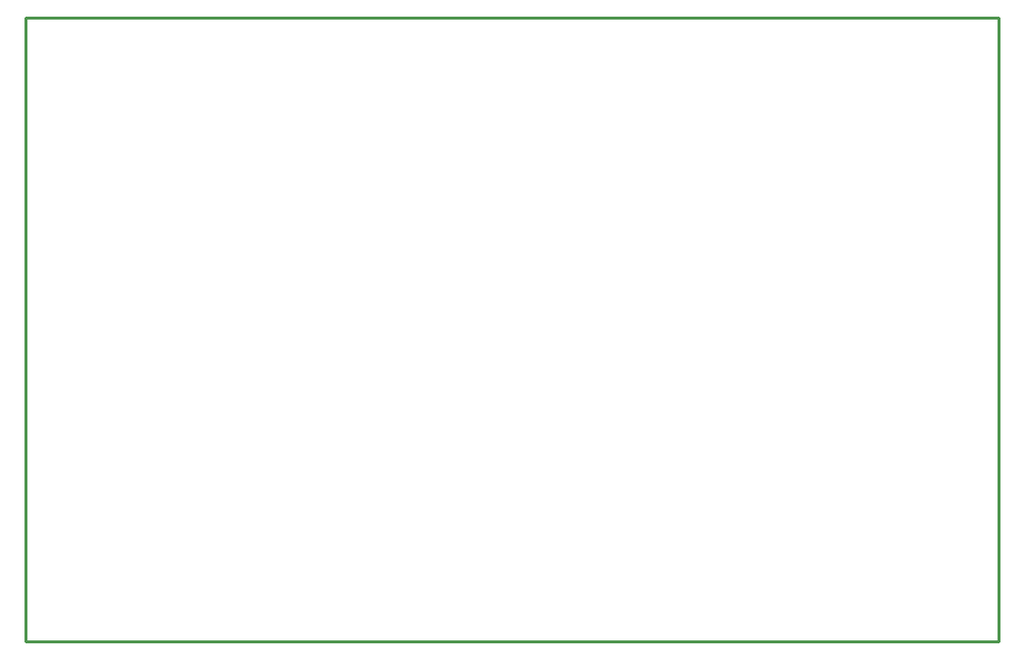
<source format=gbr>
G04 EAGLE Gerber RS-274X export*
G75*
%MOMM*%
%FSLAX34Y34*%
%LPD*%
%IN*%
%IPPOS*%
%AMOC8*
5,1,8,0,0,1.08239X$1,22.5*%
G01*
%ADD10C,0.127000*%
%ADD11C,0.254000*%


D10*
X0Y0D02*
X0Y540000D01*
X840000Y540000D01*
X840000Y0D01*
X0Y0D01*
D11*
X0Y0D02*
X840000Y0D01*
X840000Y540000D01*
X0Y540000D01*
X0Y0D01*
M02*

</source>
